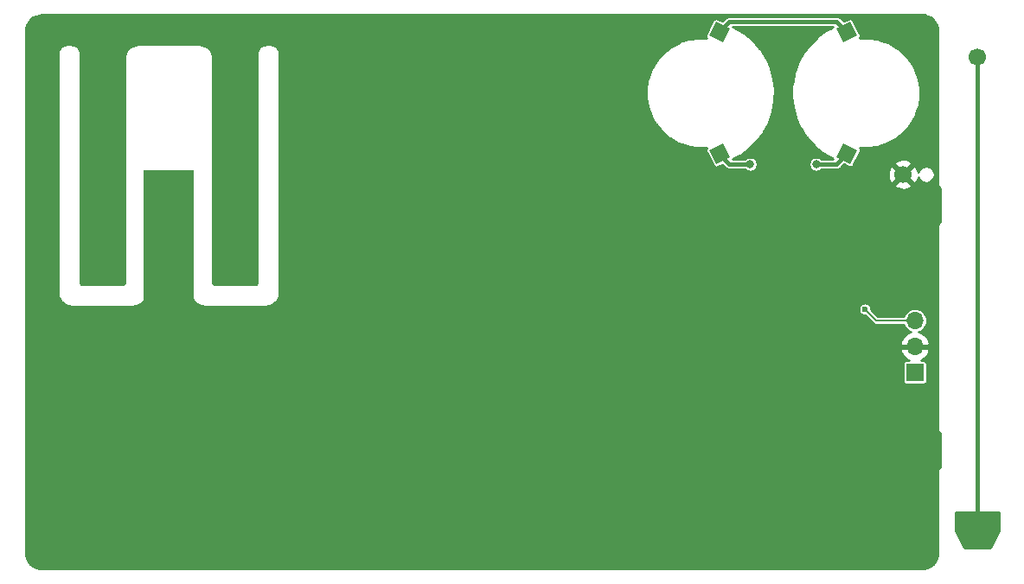
<source format=gbr>
G04 #@! TF.GenerationSoftware,KiCad,Pcbnew,(5.1.2)-2*
G04 #@! TF.CreationDate,2019-09-23T11:47:28+02:00*
G04 #@! TF.ProjectId,BusinessSynth,42757369-6e65-4737-9353-796e74682e6b,rev?*
G04 #@! TF.SameCoordinates,Original*
G04 #@! TF.FileFunction,Copper,L2,Bot*
G04 #@! TF.FilePolarity,Positive*
%FSLAX46Y46*%
G04 Gerber Fmt 4.6, Leading zero omitted, Abs format (unit mm)*
G04 Created by KiCad (PCBNEW (5.1.2)-2) date 2019-09-23 11:47:28*
%MOMM*%
%LPD*%
G04 APERTURE LIST*
%ADD10C,1.700000*%
%ADD11O,1.700000X1.700000*%
%ADD12R,1.700000X1.700000*%
%ADD13C,1.524000*%
%ADD14C,0.100000*%
%ADD15R,5.000000X13.000000*%
%ADD16C,0.600000*%
%ADD17C,0.800000*%
%ADD18C,0.400000*%
%ADD19C,0.200000*%
%ADD20C,0.254000*%
G04 APERTURE END LIST*
D10*
X193500000Y-74500000D03*
X186250000Y-86000000D03*
D11*
X187400000Y-100320000D03*
X187400000Y-102860000D03*
D12*
X187400000Y-105400000D03*
D13*
X180730987Y-83939666D03*
D14*
G36*
X180389050Y-82917723D02*
G01*
X181752930Y-83597729D01*
X181072924Y-84961609D01*
X179709044Y-84281603D01*
X180389050Y-82917723D01*
X180389050Y-82917723D01*
G37*
D13*
X180711750Y-72043074D03*
D14*
G36*
X181051903Y-71020536D02*
G01*
X181734288Y-72383227D01*
X180371597Y-73065612D01*
X179689212Y-71702921D01*
X181051903Y-71020536D01*
X181051903Y-71020536D01*
G37*
D13*
X168269013Y-72060334D03*
D14*
G36*
X168610950Y-73082277D02*
G01*
X167247070Y-72402271D01*
X167927076Y-71038391D01*
X169290956Y-71718397D01*
X168610950Y-73082277D01*
X168610950Y-73082277D01*
G37*
D13*
X168288250Y-83956926D03*
D14*
G36*
X167948097Y-84979464D02*
G01*
X167265712Y-83616773D01*
X168628403Y-82934388D01*
X169310788Y-84297079D01*
X167948097Y-84979464D01*
X167948097Y-84979464D01*
G37*
D15*
X114350000Y-92100000D03*
D16*
X171250000Y-90985000D03*
X185500000Y-97700000D03*
X181750000Y-96250000D03*
X179750000Y-88000000D03*
D17*
X171250000Y-85000000D03*
X177750000Y-85000000D03*
D16*
X193500000Y-120750000D03*
X182500000Y-99200000D03*
D18*
X171250000Y-85000000D02*
X169250000Y-85000000D01*
X168250000Y-84000000D02*
X169250000Y-85000000D01*
X169250000Y-71000000D02*
X179750000Y-71000000D01*
X180750000Y-72000000D02*
X179750000Y-71000000D01*
X168250000Y-72000000D02*
X169250000Y-71000000D01*
X177750000Y-85000000D02*
X179750000Y-85000000D01*
X180750000Y-84000000D02*
X179750000Y-85000000D01*
X193500000Y-74500000D02*
X193500000Y-121300000D01*
X193500000Y-119050000D02*
X193500000Y-120750000D01*
D19*
X183620000Y-100320000D02*
X187400000Y-100320000D01*
X182500000Y-99200000D02*
X183620000Y-100320000D01*
D20*
G36*
X195598000Y-120905100D02*
G01*
X194751551Y-122598000D01*
X192248449Y-122598000D01*
X191402000Y-120905102D01*
X191402000Y-119127000D01*
X195598000Y-119127000D01*
X195598000Y-120905100D01*
X195598000Y-120905100D01*
G37*
X195598000Y-120905100D02*
X194751551Y-122598000D01*
X192248449Y-122598000D01*
X191402000Y-120905102D01*
X191402000Y-119127000D01*
X195598000Y-119127000D01*
X195598000Y-120905100D01*
G36*
X188319768Y-70385042D02*
G01*
X188627361Y-70477908D01*
X188911057Y-70628753D01*
X189160048Y-70831826D01*
X189364855Y-71079393D01*
X189517674Y-71362028D01*
X189612686Y-71668961D01*
X189648001Y-72004963D01*
X189648000Y-86982708D01*
X189646297Y-87000000D01*
X189653093Y-87069004D01*
X189673221Y-87135356D01*
X189705907Y-87196507D01*
X189749894Y-87250106D01*
X189783240Y-87277472D01*
X189803493Y-87294093D01*
X189864644Y-87326779D01*
X189873000Y-87329314D01*
X189873000Y-90670686D01*
X189864644Y-90673221D01*
X189803493Y-90705907D01*
X189749894Y-90749894D01*
X189705907Y-90803493D01*
X189673221Y-90864644D01*
X189653093Y-90930996D01*
X189646297Y-91000000D01*
X189648001Y-91017302D01*
X189648000Y-110982708D01*
X189646297Y-111000000D01*
X189653093Y-111069004D01*
X189673221Y-111135356D01*
X189705907Y-111196507D01*
X189749894Y-111250106D01*
X189803493Y-111294093D01*
X189864644Y-111326779D01*
X189873000Y-111329314D01*
X189873000Y-114670686D01*
X189864644Y-114673221D01*
X189803493Y-114705907D01*
X189749894Y-114749894D01*
X189705907Y-114803493D01*
X189673221Y-114864644D01*
X189653093Y-114930996D01*
X189646297Y-115000000D01*
X189648001Y-115017302D01*
X189648000Y-122982784D01*
X189614958Y-123319768D01*
X189522091Y-123627361D01*
X189371250Y-123911052D01*
X189168176Y-124160046D01*
X188920607Y-124364854D01*
X188637974Y-124517673D01*
X188331039Y-124612685D01*
X187995046Y-124648000D01*
X102017216Y-124648000D01*
X101680232Y-124614958D01*
X101372639Y-124522091D01*
X101088948Y-124371250D01*
X100839954Y-124168176D01*
X100635146Y-123920607D01*
X100482327Y-123637974D01*
X100387315Y-123331039D01*
X100352000Y-122995046D01*
X100352000Y-103216890D01*
X185958524Y-103216890D01*
X186003175Y-103364099D01*
X186128359Y-103626920D01*
X186302412Y-103860269D01*
X186518645Y-104055178D01*
X186768748Y-104204157D01*
X186817408Y-104221418D01*
X186550000Y-104221418D01*
X186485897Y-104227732D01*
X186424257Y-104246430D01*
X186367450Y-104276794D01*
X186317657Y-104317657D01*
X186276794Y-104367450D01*
X186246430Y-104424257D01*
X186227732Y-104485897D01*
X186221418Y-104550000D01*
X186221418Y-106250000D01*
X186227732Y-106314103D01*
X186246430Y-106375743D01*
X186276794Y-106432550D01*
X186317657Y-106482343D01*
X186367450Y-106523206D01*
X186424257Y-106553570D01*
X186485897Y-106572268D01*
X186550000Y-106578582D01*
X188250000Y-106578582D01*
X188314103Y-106572268D01*
X188375743Y-106553570D01*
X188432550Y-106523206D01*
X188482343Y-106482343D01*
X188523206Y-106432550D01*
X188553570Y-106375743D01*
X188572268Y-106314103D01*
X188578582Y-106250000D01*
X188578582Y-104550000D01*
X188572268Y-104485897D01*
X188553570Y-104424257D01*
X188523206Y-104367450D01*
X188482343Y-104317657D01*
X188432550Y-104276794D01*
X188375743Y-104246430D01*
X188314103Y-104227732D01*
X188250000Y-104221418D01*
X187982592Y-104221418D01*
X188031252Y-104204157D01*
X188281355Y-104055178D01*
X188497588Y-103860269D01*
X188671641Y-103626920D01*
X188796825Y-103364099D01*
X188841476Y-103216890D01*
X188720155Y-102987000D01*
X187527000Y-102987000D01*
X187527000Y-103007000D01*
X187273000Y-103007000D01*
X187273000Y-102987000D01*
X186079845Y-102987000D01*
X185958524Y-103216890D01*
X100352000Y-103216890D01*
X100352000Y-99138246D01*
X181873000Y-99138246D01*
X181873000Y-99261754D01*
X181897095Y-99382889D01*
X181944360Y-99496996D01*
X182012977Y-99599689D01*
X182100311Y-99687023D01*
X182203004Y-99755640D01*
X182317111Y-99802905D01*
X182438246Y-99827000D01*
X182523131Y-99827000D01*
X183303241Y-100607111D01*
X183316605Y-100623395D01*
X183332889Y-100636759D01*
X183332898Y-100636768D01*
X183381623Y-100676755D01*
X183421273Y-100697948D01*
X183455804Y-100716405D01*
X183536293Y-100740822D01*
X183599022Y-100747000D01*
X183599032Y-100747000D01*
X183619999Y-100749065D01*
X183640966Y-100747000D01*
X186299568Y-100747000D01*
X186307333Y-100772597D01*
X186416626Y-100977070D01*
X186563709Y-101156291D01*
X186742930Y-101303374D01*
X186947403Y-101412667D01*
X187007885Y-101431014D01*
X186768748Y-101515843D01*
X186518645Y-101664822D01*
X186302412Y-101859731D01*
X186128359Y-102093080D01*
X186003175Y-102355901D01*
X185958524Y-102503110D01*
X186079845Y-102733000D01*
X187273000Y-102733000D01*
X187273000Y-102713000D01*
X187527000Y-102713000D01*
X187527000Y-102733000D01*
X188720155Y-102733000D01*
X188841476Y-102503110D01*
X188796825Y-102355901D01*
X188671641Y-102093080D01*
X188497588Y-101859731D01*
X188281355Y-101664822D01*
X188031252Y-101515843D01*
X187792115Y-101431014D01*
X187852597Y-101412667D01*
X188057070Y-101303374D01*
X188236291Y-101156291D01*
X188383374Y-100977070D01*
X188492667Y-100772597D01*
X188559969Y-100550732D01*
X188582694Y-100320000D01*
X188559969Y-100089268D01*
X188492667Y-99867403D01*
X188383374Y-99662930D01*
X188236291Y-99483709D01*
X188057070Y-99336626D01*
X187852597Y-99227333D01*
X187630732Y-99160031D01*
X187457812Y-99143000D01*
X187342188Y-99143000D01*
X187169268Y-99160031D01*
X186947403Y-99227333D01*
X186742930Y-99336626D01*
X186563709Y-99483709D01*
X186416626Y-99662930D01*
X186307333Y-99867403D01*
X186299568Y-99893000D01*
X183796870Y-99893000D01*
X183127000Y-99223131D01*
X183127000Y-99138246D01*
X183102905Y-99017111D01*
X183055640Y-98903004D01*
X182987023Y-98800311D01*
X182899689Y-98712977D01*
X182796996Y-98644360D01*
X182682889Y-98597095D01*
X182561754Y-98573000D01*
X182438246Y-98573000D01*
X182317111Y-98597095D01*
X182203004Y-98644360D01*
X182100311Y-98712977D01*
X182012977Y-98800311D01*
X181944360Y-98903004D01*
X181897095Y-99017111D01*
X181873000Y-99138246D01*
X100352000Y-99138246D01*
X100352000Y-74083452D01*
X103513000Y-74083452D01*
X103513001Y-97616549D01*
X103514454Y-97631305D01*
X103514411Y-97637525D01*
X103514870Y-97642208D01*
X103535271Y-97836305D01*
X103541416Y-97866240D01*
X103547136Y-97896227D01*
X103548496Y-97900731D01*
X103606208Y-98087169D01*
X103618044Y-98115325D01*
X103629486Y-98143646D01*
X103631695Y-98147801D01*
X103724520Y-98319478D01*
X103741617Y-98344826D01*
X103758326Y-98370359D01*
X103761299Y-98374005D01*
X103885703Y-98524383D01*
X103907390Y-98545920D01*
X103928747Y-98567728D01*
X103932366Y-98570722D01*
X103932372Y-98570728D01*
X103932379Y-98570732D01*
X104083614Y-98694077D01*
X104109027Y-98710961D01*
X104134258Y-98728237D01*
X104138396Y-98730475D01*
X104310719Y-98822100D01*
X104338967Y-98833743D01*
X104367032Y-98845771D01*
X104371526Y-98847163D01*
X104558363Y-98903572D01*
X104588339Y-98909507D01*
X104618201Y-98915855D01*
X104622880Y-98916347D01*
X104817114Y-98935392D01*
X104817126Y-98935392D01*
X104833451Y-98937000D01*
X110866549Y-98937000D01*
X110881314Y-98935546D01*
X110887525Y-98935589D01*
X110892208Y-98935130D01*
X111086305Y-98914729D01*
X111116240Y-98908584D01*
X111146227Y-98902864D01*
X111150729Y-98901505D01*
X111150735Y-98901503D01*
X111337169Y-98843792D01*
X111365325Y-98831956D01*
X111393646Y-98820514D01*
X111397801Y-98818305D01*
X111569478Y-98725480D01*
X111594826Y-98708383D01*
X111620359Y-98691674D01*
X111624005Y-98688701D01*
X111774383Y-98564297D01*
X111795920Y-98542610D01*
X111817728Y-98521253D01*
X111820722Y-98517634D01*
X111820728Y-98517628D01*
X111820732Y-98517621D01*
X111944077Y-98366386D01*
X111960961Y-98340973D01*
X111978237Y-98315742D01*
X111980475Y-98311604D01*
X112072100Y-98139281D01*
X112083743Y-98111033D01*
X112095771Y-98082968D01*
X112097163Y-98078474D01*
X112153572Y-97891637D01*
X112159512Y-97861639D01*
X112165855Y-97831799D01*
X112166347Y-97827120D01*
X112185392Y-97632886D01*
X112185392Y-97632874D01*
X112187000Y-97616549D01*
X112187000Y-86116484D01*
X112191690Y-86068651D01*
X112200793Y-86038501D01*
X112215578Y-86010693D01*
X112235485Y-85986285D01*
X112259756Y-85966206D01*
X112287463Y-85951225D01*
X112317548Y-85941912D01*
X112364285Y-85937000D01*
X116333516Y-85937000D01*
X116381349Y-85941690D01*
X116411499Y-85950793D01*
X116439307Y-85965578D01*
X116463715Y-85985485D01*
X116483794Y-86009756D01*
X116498775Y-86037463D01*
X116508088Y-86067548D01*
X116513001Y-86114295D01*
X116513000Y-97616548D01*
X116514454Y-97631313D01*
X116514411Y-97637525D01*
X116514870Y-97642208D01*
X116535271Y-97836305D01*
X116541416Y-97866240D01*
X116547136Y-97896227D01*
X116548496Y-97900731D01*
X116606208Y-98087169D01*
X116618044Y-98115325D01*
X116629486Y-98143646D01*
X116631695Y-98147801D01*
X116724520Y-98319478D01*
X116741617Y-98344826D01*
X116758326Y-98370359D01*
X116761299Y-98374005D01*
X116885703Y-98524383D01*
X116907390Y-98545920D01*
X116928747Y-98567728D01*
X116932366Y-98570722D01*
X116932372Y-98570728D01*
X116932379Y-98570732D01*
X117083614Y-98694077D01*
X117109027Y-98710961D01*
X117134258Y-98728237D01*
X117138396Y-98730475D01*
X117310719Y-98822100D01*
X117338967Y-98833743D01*
X117367032Y-98845771D01*
X117371526Y-98847163D01*
X117558363Y-98903572D01*
X117588339Y-98909507D01*
X117618201Y-98915855D01*
X117622880Y-98916347D01*
X117817114Y-98935392D01*
X117817126Y-98935392D01*
X117833451Y-98937000D01*
X123866549Y-98937000D01*
X123881314Y-98935546D01*
X123887525Y-98935589D01*
X123892208Y-98935130D01*
X124086305Y-98914729D01*
X124116240Y-98908584D01*
X124146227Y-98902864D01*
X124150729Y-98901505D01*
X124150735Y-98901503D01*
X124337169Y-98843792D01*
X124365325Y-98831956D01*
X124393646Y-98820514D01*
X124397801Y-98818305D01*
X124569478Y-98725480D01*
X124594826Y-98708383D01*
X124620359Y-98691674D01*
X124624005Y-98688701D01*
X124774383Y-98564297D01*
X124795920Y-98542610D01*
X124817728Y-98521253D01*
X124820722Y-98517634D01*
X124820728Y-98517628D01*
X124820732Y-98517621D01*
X124944077Y-98366386D01*
X124960961Y-98340973D01*
X124978237Y-98315742D01*
X124980475Y-98311604D01*
X125072100Y-98139281D01*
X125083743Y-98111033D01*
X125095771Y-98082968D01*
X125097163Y-98078474D01*
X125153572Y-97891637D01*
X125159512Y-97861639D01*
X125165855Y-97831799D01*
X125166347Y-97827120D01*
X125185392Y-97632886D01*
X125185392Y-97632874D01*
X125187000Y-97616549D01*
X125187000Y-87028397D01*
X185401208Y-87028397D01*
X185478843Y-87277472D01*
X185742883Y-87403371D01*
X186026411Y-87475339D01*
X186318531Y-87490611D01*
X186608019Y-87448599D01*
X186883747Y-87350919D01*
X187021157Y-87277472D01*
X187098792Y-87028397D01*
X186250000Y-86179605D01*
X185401208Y-87028397D01*
X125187000Y-87028397D01*
X125187000Y-86068531D01*
X184759389Y-86068531D01*
X184801401Y-86358019D01*
X184899081Y-86633747D01*
X184972528Y-86771157D01*
X185221603Y-86848792D01*
X186070395Y-86000000D01*
X186429605Y-86000000D01*
X187278397Y-86848792D01*
X187527472Y-86771157D01*
X187653371Y-86507117D01*
X187714752Y-86265297D01*
X187767123Y-86391731D01*
X187857628Y-86527181D01*
X187972819Y-86642372D01*
X188108269Y-86732877D01*
X188258773Y-86795218D01*
X188418548Y-86827000D01*
X188581452Y-86827000D01*
X188741227Y-86795218D01*
X188891731Y-86732877D01*
X189027181Y-86642372D01*
X189142372Y-86527181D01*
X189232877Y-86391731D01*
X189295218Y-86241227D01*
X189327000Y-86081452D01*
X189327000Y-85918548D01*
X189295218Y-85758773D01*
X189232877Y-85608269D01*
X189142372Y-85472819D01*
X189027181Y-85357628D01*
X188891731Y-85267123D01*
X188741227Y-85204782D01*
X188581452Y-85173000D01*
X188418548Y-85173000D01*
X188258773Y-85204782D01*
X188108269Y-85267123D01*
X187972819Y-85357628D01*
X187857628Y-85472819D01*
X187767123Y-85608269D01*
X187712755Y-85739524D01*
X187698599Y-85641981D01*
X187600919Y-85366253D01*
X187527472Y-85228843D01*
X187278397Y-85151208D01*
X186429605Y-86000000D01*
X186070395Y-86000000D01*
X185221603Y-85151208D01*
X184972528Y-85228843D01*
X184846629Y-85492883D01*
X184774661Y-85776411D01*
X184759389Y-86068531D01*
X125187000Y-86068531D01*
X125187000Y-78385616D01*
X161097998Y-78385616D01*
X161098811Y-78396183D01*
X161098404Y-78406783D01*
X161102595Y-78445354D01*
X161251660Y-79336133D01*
X161254332Y-79346391D01*
X161255808Y-79356893D01*
X161266762Y-79394113D01*
X161571215Y-80244417D01*
X161575662Y-80254041D01*
X161578974Y-80264115D01*
X161596341Y-80298794D01*
X161596347Y-80298807D01*
X161596350Y-80298812D01*
X162046564Y-81081758D01*
X162052642Y-81090438D01*
X162057688Y-81099771D01*
X162080914Y-81130817D01*
X162080929Y-81130838D01*
X162080935Y-81130844D01*
X162662680Y-81821689D01*
X162670204Y-81829161D01*
X162676819Y-81837447D01*
X162705194Y-81863907D01*
X163400089Y-82440819D01*
X163408810Y-82446836D01*
X163416794Y-82453825D01*
X163449407Y-82474842D01*
X164235483Y-82919583D01*
X164245141Y-82923964D01*
X164254228Y-82929424D01*
X164290047Y-82944334D01*
X165142456Y-83242843D01*
X165152734Y-83245444D01*
X165162646Y-83249209D01*
X165200510Y-83257533D01*
X165200540Y-83257541D01*
X165200551Y-83257542D01*
X166092337Y-83400383D01*
X166102908Y-83401122D01*
X166113337Y-83403074D01*
X166152105Y-83404563D01*
X166152107Y-83404563D01*
X167032087Y-83387666D01*
X167017352Y-83401637D01*
X166980153Y-83454223D01*
X166953928Y-83513056D01*
X166939685Y-83575875D01*
X166937971Y-83640266D01*
X166948852Y-83703754D01*
X166971909Y-83763899D01*
X167654294Y-85126590D01*
X167688642Y-85181081D01*
X167732961Y-85227824D01*
X167785547Y-85265023D01*
X167844380Y-85291248D01*
X167907199Y-85305491D01*
X167971590Y-85307205D01*
X168035078Y-85296324D01*
X168095223Y-85273267D01*
X168550161Y-85045451D01*
X168859053Y-85354344D01*
X168875552Y-85374448D01*
X168955798Y-85440304D01*
X169047350Y-85489239D01*
X169146690Y-85519374D01*
X169200300Y-85524654D01*
X169250000Y-85529549D01*
X169275881Y-85527000D01*
X170748866Y-85527000D01*
X170786564Y-85564698D01*
X170905636Y-85644259D01*
X171037942Y-85699062D01*
X171178397Y-85727000D01*
X171321603Y-85727000D01*
X171462058Y-85699062D01*
X171594364Y-85644259D01*
X171713436Y-85564698D01*
X171814698Y-85463436D01*
X171894259Y-85344364D01*
X171949062Y-85212058D01*
X171977000Y-85071603D01*
X171977000Y-84928397D01*
X171949062Y-84787942D01*
X171894259Y-84655636D01*
X171814698Y-84536564D01*
X171713436Y-84435302D01*
X171594364Y-84355741D01*
X171462058Y-84300938D01*
X171321603Y-84273000D01*
X171178397Y-84273000D01*
X171037942Y-84300938D01*
X170905636Y-84355741D01*
X170786564Y-84435302D01*
X170748866Y-84473000D01*
X169586888Y-84473000D01*
X169589208Y-84469720D01*
X169594943Y-84469873D01*
X169660372Y-84458659D01*
X169722356Y-84434897D01*
X169742728Y-84422055D01*
X170264693Y-84131117D01*
X170266865Y-84129681D01*
X170269221Y-84128548D01*
X170298797Y-84109326D01*
X171140240Y-83497535D01*
X171146296Y-83492386D01*
X171152860Y-83487897D01*
X171179189Y-83464422D01*
X171918411Y-82732393D01*
X171923619Y-82726387D01*
X171929428Y-82720957D01*
X171951903Y-82693770D01*
X172571892Y-81858348D01*
X172576130Y-81851626D01*
X172581053Y-81845377D01*
X172599157Y-81815103D01*
X173085645Y-80895514D01*
X173088818Y-80888226D01*
X173092738Y-80881307D01*
X173106054Y-80848642D01*
X173447847Y-79866047D01*
X173449880Y-79858368D01*
X173452710Y-79850931D01*
X173460932Y-79816629D01*
X173650165Y-78793641D01*
X173651014Y-78785736D01*
X173652685Y-78777962D01*
X173655624Y-78742810D01*
X173687940Y-77702968D01*
X173687584Y-77695032D01*
X173688060Y-77687089D01*
X173685648Y-77651897D01*
X173560306Y-76619133D01*
X173558752Y-76611335D01*
X173558022Y-76603419D01*
X173550315Y-76568997D01*
X173270198Y-75567073D01*
X173267485Y-75559607D01*
X173265564Y-75551885D01*
X173252739Y-75519025D01*
X172824293Y-74571001D01*
X172820477Y-74564023D01*
X172817414Y-74556689D01*
X172799766Y-74526146D01*
X172232852Y-73653838D01*
X172228028Y-73647522D01*
X172223888Y-73640731D01*
X172201823Y-73613209D01*
X171509485Y-72836689D01*
X171503758Y-72831172D01*
X171498641Y-72825089D01*
X171472668Y-72801221D01*
X170670839Y-72138359D01*
X170664341Y-72133770D01*
X170658365Y-72128533D01*
X170629080Y-72108869D01*
X169739356Y-71576800D01*
X169714504Y-71561177D01*
X169652491Y-71537491D01*
X169590827Y-71527000D01*
X179413112Y-71527000D01*
X179410792Y-71530280D01*
X179405057Y-71530127D01*
X179339628Y-71541341D01*
X179277644Y-71565103D01*
X179257286Y-71577936D01*
X178735307Y-71868883D01*
X178733135Y-71870319D01*
X178730779Y-71871452D01*
X178701202Y-71890674D01*
X177859760Y-72502465D01*
X177853704Y-72507614D01*
X177847140Y-72512103D01*
X177820811Y-72535578D01*
X177081589Y-73267607D01*
X177076381Y-73273613D01*
X177070572Y-73279043D01*
X177048097Y-73306230D01*
X176428108Y-74141652D01*
X176423868Y-74148378D01*
X176418947Y-74154624D01*
X176400843Y-74184898D01*
X175914355Y-75104486D01*
X175911182Y-75111773D01*
X175907262Y-75118693D01*
X175893946Y-75151357D01*
X175552153Y-76133953D01*
X175550120Y-76141632D01*
X175547290Y-76149069D01*
X175539068Y-76183371D01*
X175349835Y-77206359D01*
X175348986Y-77214264D01*
X175347315Y-77222038D01*
X175344376Y-77257190D01*
X175312060Y-78297032D01*
X175312416Y-78304967D01*
X175311940Y-78312910D01*
X175314352Y-78348102D01*
X175439694Y-79380867D01*
X175441248Y-79388664D01*
X175441978Y-79396582D01*
X175449685Y-79431004D01*
X175729802Y-80432927D01*
X175732515Y-80440393D01*
X175734436Y-80448115D01*
X175747261Y-80480975D01*
X176175707Y-81428999D01*
X176179523Y-81435978D01*
X176182586Y-81443311D01*
X176200224Y-81473835D01*
X176200234Y-81473854D01*
X176200238Y-81473860D01*
X176767147Y-82346162D01*
X176771972Y-82352480D01*
X176776112Y-82359270D01*
X176798177Y-82386791D01*
X177490515Y-83163311D01*
X177496242Y-83168828D01*
X177501359Y-83174911D01*
X177527332Y-83198779D01*
X178329161Y-83861640D01*
X178335654Y-83866226D01*
X178341635Y-83871467D01*
X178370920Y-83891131D01*
X179260644Y-84423200D01*
X179285496Y-84438823D01*
X179347509Y-84462509D01*
X179409173Y-84473000D01*
X178251134Y-84473000D01*
X178213436Y-84435302D01*
X178094364Y-84355741D01*
X177962058Y-84300938D01*
X177821603Y-84273000D01*
X177678397Y-84273000D01*
X177537942Y-84300938D01*
X177405636Y-84355741D01*
X177286564Y-84435302D01*
X177185302Y-84536564D01*
X177105741Y-84655636D01*
X177050938Y-84787942D01*
X177023000Y-84928397D01*
X177023000Y-85071603D01*
X177050938Y-85212058D01*
X177105741Y-85344364D01*
X177185302Y-85463436D01*
X177286564Y-85564698D01*
X177405636Y-85644259D01*
X177537942Y-85699062D01*
X177678397Y-85727000D01*
X177821603Y-85727000D01*
X177962058Y-85699062D01*
X178094364Y-85644259D01*
X178213436Y-85564698D01*
X178251134Y-85527000D01*
X179724119Y-85527000D01*
X179750000Y-85529549D01*
X179775881Y-85527000D01*
X179853310Y-85519374D01*
X179952650Y-85489239D01*
X180044202Y-85440304D01*
X180124448Y-85374448D01*
X180140955Y-85354334D01*
X180468085Y-85027205D01*
X180926311Y-85255668D01*
X180986497Y-85278621D01*
X181050003Y-85289391D01*
X181114391Y-85287564D01*
X181177185Y-85273211D01*
X181235972Y-85246884D01*
X181288493Y-85209593D01*
X181332730Y-85162773D01*
X181366983Y-85108222D01*
X181435098Y-84971603D01*
X185401208Y-84971603D01*
X186250000Y-85820395D01*
X187098792Y-84971603D01*
X187021157Y-84722528D01*
X186757117Y-84596629D01*
X186473589Y-84524661D01*
X186181469Y-84509389D01*
X185891981Y-84551401D01*
X185616253Y-84649081D01*
X185478843Y-84722528D01*
X185401208Y-84971603D01*
X181435098Y-84971603D01*
X182046989Y-83744342D01*
X182069942Y-83684156D01*
X182080712Y-83620650D01*
X182078885Y-83556262D01*
X182064532Y-83493468D01*
X182038205Y-83434681D01*
X182000914Y-83382160D01*
X181998782Y-83380145D01*
X182715744Y-83411449D01*
X182726333Y-83410968D01*
X182736914Y-83411708D01*
X182775596Y-83408731D01*
X182775599Y-83408731D01*
X183670620Y-83287719D01*
X183680951Y-83285372D01*
X183691500Y-83284226D01*
X183729038Y-83274447D01*
X183729046Y-83274445D01*
X183729049Y-83274444D01*
X184588493Y-82996851D01*
X184598248Y-82992710D01*
X184608425Y-82989715D01*
X184643645Y-82973441D01*
X185440352Y-82548039D01*
X185449222Y-82542235D01*
X185458705Y-82537486D01*
X185490487Y-82515232D01*
X186199270Y-81955468D01*
X186206971Y-81948186D01*
X186215464Y-81941832D01*
X186242802Y-81914302D01*
X186841258Y-81237871D01*
X186847548Y-81229339D01*
X186854782Y-81221582D01*
X186876813Y-81189646D01*
X187346025Y-80417927D01*
X187350706Y-80408414D01*
X187356450Y-80399501D01*
X187372471Y-80364181D01*
X187372478Y-80364167D01*
X187372480Y-80364161D01*
X187697614Y-79521557D01*
X187700535Y-79511370D01*
X187704612Y-79501576D01*
X187714129Y-79463963D01*
X187884913Y-78577091D01*
X187885984Y-78566548D01*
X187888262Y-78556187D01*
X187890968Y-78517483D01*
X187902002Y-77614385D01*
X187901189Y-77603817D01*
X187901596Y-77593217D01*
X187897405Y-77554646D01*
X187748340Y-76663867D01*
X187745668Y-76653609D01*
X187744192Y-76643107D01*
X187733238Y-76605887D01*
X187428785Y-75755583D01*
X187424338Y-75745959D01*
X187421026Y-75735885D01*
X187403653Y-75701194D01*
X187403653Y-75701193D01*
X187403650Y-75701188D01*
X186953436Y-74918242D01*
X186947359Y-74909563D01*
X186942312Y-74900229D01*
X186919070Y-74869162D01*
X186337319Y-74178311D01*
X186329800Y-74170844D01*
X186323181Y-74162553D01*
X186294805Y-74136093D01*
X185599911Y-73559180D01*
X185591187Y-73553162D01*
X185583206Y-73546175D01*
X185550593Y-73525158D01*
X184764517Y-73080417D01*
X184754859Y-73076036D01*
X184745772Y-73070576D01*
X184709953Y-73055666D01*
X183857544Y-72757157D01*
X183847269Y-72754557D01*
X183837353Y-72750790D01*
X183799460Y-72742459D01*
X182907662Y-72599617D01*
X182897091Y-72598878D01*
X182886663Y-72596926D01*
X182847893Y-72595437D01*
X181967913Y-72612334D01*
X181982648Y-72598363D01*
X182019847Y-72545777D01*
X182046072Y-72486944D01*
X182060315Y-72424125D01*
X182062029Y-72359734D01*
X182051148Y-72296246D01*
X182028091Y-72236101D01*
X181345706Y-70873410D01*
X181311358Y-70818919D01*
X181267039Y-70772176D01*
X181214453Y-70734977D01*
X181155620Y-70708752D01*
X181092801Y-70694509D01*
X181028410Y-70692795D01*
X180964922Y-70703676D01*
X180904777Y-70726733D01*
X180449839Y-70954549D01*
X180140955Y-70645666D01*
X180124448Y-70625552D01*
X180044202Y-70559696D01*
X179952650Y-70510761D01*
X179853310Y-70480626D01*
X179775881Y-70473000D01*
X179750000Y-70470451D01*
X179724119Y-70473000D01*
X169275881Y-70473000D01*
X169250000Y-70470451D01*
X169224119Y-70473000D01*
X169146690Y-70480626D01*
X169047350Y-70510761D01*
X168955798Y-70559696D01*
X168875552Y-70625552D01*
X168859053Y-70645656D01*
X168531915Y-70972795D01*
X168073689Y-70744332D01*
X168013503Y-70721379D01*
X167949997Y-70710609D01*
X167885609Y-70712436D01*
X167822815Y-70726789D01*
X167764028Y-70753116D01*
X167711507Y-70790407D01*
X167667270Y-70837227D01*
X167633017Y-70891778D01*
X166953011Y-72255658D01*
X166930058Y-72315844D01*
X166919288Y-72379350D01*
X166921115Y-72443738D01*
X166935468Y-72506532D01*
X166961795Y-72565319D01*
X166999086Y-72617840D01*
X167001218Y-72619855D01*
X166284256Y-72588551D01*
X166273668Y-72589032D01*
X166263087Y-72588292D01*
X166224404Y-72591269D01*
X166224401Y-72591269D01*
X165329381Y-72712281D01*
X165319044Y-72714630D01*
X165308500Y-72715775D01*
X165270962Y-72725553D01*
X165270954Y-72725555D01*
X165270951Y-72725556D01*
X164411507Y-73003149D01*
X164401752Y-73007290D01*
X164391575Y-73010285D01*
X164356355Y-73026559D01*
X163559648Y-73451961D01*
X163550778Y-73457765D01*
X163541295Y-73462514D01*
X163509514Y-73484768D01*
X162800730Y-74044531D01*
X162793029Y-74051813D01*
X162784536Y-74058167D01*
X162757198Y-74085698D01*
X162158742Y-74762129D01*
X162152455Y-74770656D01*
X162145218Y-74778417D01*
X162123187Y-74810354D01*
X161653975Y-75582073D01*
X161649294Y-75591586D01*
X161643550Y-75600499D01*
X161627529Y-75635819D01*
X161627522Y-75635833D01*
X161627520Y-75635839D01*
X161302386Y-76478443D01*
X161299465Y-76488630D01*
X161295388Y-76498424D01*
X161285871Y-76536037D01*
X161115087Y-77422909D01*
X161114016Y-77433452D01*
X161111738Y-77443813D01*
X161109032Y-77482517D01*
X161097998Y-78385616D01*
X125187000Y-78385616D01*
X125187000Y-74083451D01*
X125185580Y-74069031D01*
X125185601Y-74065967D01*
X125185142Y-74061284D01*
X125174942Y-73964235D01*
X125168800Y-73934313D01*
X125163077Y-73904312D01*
X125161717Y-73899808D01*
X125132861Y-73806589D01*
X125121012Y-73778401D01*
X125109581Y-73750109D01*
X125107373Y-73745955D01*
X125060960Y-73660117D01*
X125043868Y-73634777D01*
X125027155Y-73609238D01*
X125024181Y-73605591D01*
X124961980Y-73530403D01*
X124940294Y-73508868D01*
X124918938Y-73487060D01*
X124915313Y-73484060D01*
X124839692Y-73422384D01*
X124814250Y-73405481D01*
X124789045Y-73388223D01*
X124784906Y-73385985D01*
X124698745Y-73340173D01*
X124670535Y-73328546D01*
X124642435Y-73316502D01*
X124637940Y-73315111D01*
X124544522Y-73286906D01*
X124514565Y-73280974D01*
X124484681Y-73274622D01*
X124480007Y-73274131D01*
X124480004Y-73274130D01*
X124480001Y-73274130D01*
X124382884Y-73264608D01*
X124382874Y-73264608D01*
X124366549Y-73263000D01*
X123833451Y-73263000D01*
X123819031Y-73264420D01*
X123815967Y-73264399D01*
X123811284Y-73264858D01*
X123714235Y-73275058D01*
X123684313Y-73281200D01*
X123654312Y-73286923D01*
X123649808Y-73288283D01*
X123556589Y-73317139D01*
X123528401Y-73328988D01*
X123500109Y-73340419D01*
X123495955Y-73342627D01*
X123410117Y-73389040D01*
X123384777Y-73406132D01*
X123359238Y-73422845D01*
X123355591Y-73425819D01*
X123280403Y-73488020D01*
X123258868Y-73509706D01*
X123237060Y-73531062D01*
X123234060Y-73534687D01*
X123172384Y-73610308D01*
X123155481Y-73635750D01*
X123138223Y-73660955D01*
X123135985Y-73665094D01*
X123090173Y-73751255D01*
X123078546Y-73779465D01*
X123066502Y-73807565D01*
X123065111Y-73812060D01*
X123036906Y-73905478D01*
X123030974Y-73935435D01*
X123024622Y-73965319D01*
X123024130Y-73969999D01*
X123014608Y-74067116D01*
X123014608Y-74067127D01*
X123013000Y-74083452D01*
X123013001Y-96583506D01*
X123008310Y-96631349D01*
X122999207Y-96661499D01*
X122984422Y-96689305D01*
X122964512Y-96713717D01*
X122940244Y-96733793D01*
X122912537Y-96748775D01*
X122882451Y-96758088D01*
X122835715Y-96763000D01*
X118866484Y-96763000D01*
X118818651Y-96758310D01*
X118788501Y-96749207D01*
X118760695Y-96734422D01*
X118736283Y-96714512D01*
X118716207Y-96690244D01*
X118701225Y-96662537D01*
X118691912Y-96632451D01*
X118687000Y-96585715D01*
X118687000Y-74583451D01*
X118685546Y-74568686D01*
X118685589Y-74562474D01*
X118685130Y-74557792D01*
X118664729Y-74363695D01*
X118658583Y-74333753D01*
X118652864Y-74303773D01*
X118651505Y-74299273D01*
X118651504Y-74299267D01*
X118651502Y-74299261D01*
X118593792Y-74112831D01*
X118581962Y-74084688D01*
X118570514Y-74056353D01*
X118568305Y-74052199D01*
X118475480Y-73880522D01*
X118458398Y-73855197D01*
X118441674Y-73829641D01*
X118438700Y-73825994D01*
X118314297Y-73675617D01*
X118292626Y-73654097D01*
X118271253Y-73632272D01*
X118267628Y-73629273D01*
X118116386Y-73505923D01*
X118090942Y-73489018D01*
X118065743Y-73471764D01*
X118061604Y-73469526D01*
X117889282Y-73377900D01*
X117861020Y-73366252D01*
X117832968Y-73354229D01*
X117828474Y-73352837D01*
X117641638Y-73296428D01*
X117611647Y-73290490D01*
X117581799Y-73284145D01*
X117577119Y-73283653D01*
X117382886Y-73264608D01*
X117382874Y-73264608D01*
X117366549Y-73263000D01*
X111333451Y-73263000D01*
X111318686Y-73264454D01*
X111312474Y-73264411D01*
X111307792Y-73264870D01*
X111113695Y-73285271D01*
X111083753Y-73291417D01*
X111053773Y-73297136D01*
X111049273Y-73298495D01*
X111049267Y-73298496D01*
X111049261Y-73298498D01*
X110862831Y-73356208D01*
X110834688Y-73368038D01*
X110806353Y-73379486D01*
X110802199Y-73381695D01*
X110630522Y-73474520D01*
X110605197Y-73491602D01*
X110579641Y-73508326D01*
X110575994Y-73511300D01*
X110425617Y-73635703D01*
X110404097Y-73657374D01*
X110382272Y-73678747D01*
X110379273Y-73682372D01*
X110255923Y-73833614D01*
X110239018Y-73859058D01*
X110221764Y-73884257D01*
X110219526Y-73888396D01*
X110127900Y-74060718D01*
X110116252Y-74088980D01*
X110104229Y-74117032D01*
X110102837Y-74121526D01*
X110046428Y-74308362D01*
X110040490Y-74338353D01*
X110034145Y-74368201D01*
X110033653Y-74372881D01*
X110014608Y-74567114D01*
X110014608Y-74567136D01*
X110013001Y-74583451D01*
X110013000Y-96583516D01*
X110008310Y-96631349D01*
X109999207Y-96661499D01*
X109984422Y-96689305D01*
X109964512Y-96713717D01*
X109940244Y-96733793D01*
X109912537Y-96748775D01*
X109882451Y-96758088D01*
X109835715Y-96763000D01*
X105866484Y-96763000D01*
X105818651Y-96758310D01*
X105788501Y-96749207D01*
X105760695Y-96734422D01*
X105736283Y-96714512D01*
X105716207Y-96690244D01*
X105701225Y-96662537D01*
X105691912Y-96632451D01*
X105687000Y-96585715D01*
X105687000Y-74083451D01*
X105685580Y-74069031D01*
X105685601Y-74065967D01*
X105685142Y-74061284D01*
X105674942Y-73964235D01*
X105668800Y-73934313D01*
X105663077Y-73904312D01*
X105661717Y-73899808D01*
X105632861Y-73806589D01*
X105621012Y-73778401D01*
X105609581Y-73750109D01*
X105607373Y-73745955D01*
X105560960Y-73660117D01*
X105543868Y-73634777D01*
X105527155Y-73609238D01*
X105524181Y-73605591D01*
X105461980Y-73530403D01*
X105440294Y-73508868D01*
X105418938Y-73487060D01*
X105415313Y-73484060D01*
X105339692Y-73422384D01*
X105314250Y-73405481D01*
X105289045Y-73388223D01*
X105284906Y-73385985D01*
X105198745Y-73340173D01*
X105170535Y-73328546D01*
X105142435Y-73316502D01*
X105137940Y-73315111D01*
X105044522Y-73286906D01*
X105014565Y-73280974D01*
X104984681Y-73274622D01*
X104980007Y-73274131D01*
X104980004Y-73274130D01*
X104980001Y-73274130D01*
X104882884Y-73264608D01*
X104882874Y-73264608D01*
X104866549Y-73263000D01*
X104333451Y-73263000D01*
X104319031Y-73264420D01*
X104315967Y-73264399D01*
X104311284Y-73264858D01*
X104214235Y-73275058D01*
X104184313Y-73281200D01*
X104154312Y-73286923D01*
X104149808Y-73288283D01*
X104056589Y-73317139D01*
X104028401Y-73328988D01*
X104000109Y-73340419D01*
X103995955Y-73342627D01*
X103910117Y-73389040D01*
X103884777Y-73406132D01*
X103859238Y-73422845D01*
X103855591Y-73425819D01*
X103780403Y-73488020D01*
X103758868Y-73509706D01*
X103737060Y-73531062D01*
X103734060Y-73534687D01*
X103672384Y-73610308D01*
X103655481Y-73635750D01*
X103638223Y-73660955D01*
X103635985Y-73665094D01*
X103590173Y-73751255D01*
X103578546Y-73779465D01*
X103566502Y-73807565D01*
X103565111Y-73812060D01*
X103536906Y-73905478D01*
X103530974Y-73935435D01*
X103524622Y-73965319D01*
X103524130Y-73969999D01*
X103514608Y-74067116D01*
X103514608Y-74067127D01*
X103513000Y-74083452D01*
X100352000Y-74083452D01*
X100352000Y-72017215D01*
X100385042Y-71680232D01*
X100477908Y-71372639D01*
X100628753Y-71088943D01*
X100831826Y-70839952D01*
X101079393Y-70635145D01*
X101362028Y-70482326D01*
X101668961Y-70387314D01*
X102004954Y-70352000D01*
X187982785Y-70352000D01*
X188319768Y-70385042D01*
X188319768Y-70385042D01*
G37*
X188319768Y-70385042D02*
X188627361Y-70477908D01*
X188911057Y-70628753D01*
X189160048Y-70831826D01*
X189364855Y-71079393D01*
X189517674Y-71362028D01*
X189612686Y-71668961D01*
X189648001Y-72004963D01*
X189648000Y-86982708D01*
X189646297Y-87000000D01*
X189653093Y-87069004D01*
X189673221Y-87135356D01*
X189705907Y-87196507D01*
X189749894Y-87250106D01*
X189783240Y-87277472D01*
X189803493Y-87294093D01*
X189864644Y-87326779D01*
X189873000Y-87329314D01*
X189873000Y-90670686D01*
X189864644Y-90673221D01*
X189803493Y-90705907D01*
X189749894Y-90749894D01*
X189705907Y-90803493D01*
X189673221Y-90864644D01*
X189653093Y-90930996D01*
X189646297Y-91000000D01*
X189648001Y-91017302D01*
X189648000Y-110982708D01*
X189646297Y-111000000D01*
X189653093Y-111069004D01*
X189673221Y-111135356D01*
X189705907Y-111196507D01*
X189749894Y-111250106D01*
X189803493Y-111294093D01*
X189864644Y-111326779D01*
X189873000Y-111329314D01*
X189873000Y-114670686D01*
X189864644Y-114673221D01*
X189803493Y-114705907D01*
X189749894Y-114749894D01*
X189705907Y-114803493D01*
X189673221Y-114864644D01*
X189653093Y-114930996D01*
X189646297Y-115000000D01*
X189648001Y-115017302D01*
X189648000Y-122982784D01*
X189614958Y-123319768D01*
X189522091Y-123627361D01*
X189371250Y-123911052D01*
X189168176Y-124160046D01*
X188920607Y-124364854D01*
X188637974Y-124517673D01*
X188331039Y-124612685D01*
X187995046Y-124648000D01*
X102017216Y-124648000D01*
X101680232Y-124614958D01*
X101372639Y-124522091D01*
X101088948Y-124371250D01*
X100839954Y-124168176D01*
X100635146Y-123920607D01*
X100482327Y-123637974D01*
X100387315Y-123331039D01*
X100352000Y-122995046D01*
X100352000Y-103216890D01*
X185958524Y-103216890D01*
X186003175Y-103364099D01*
X186128359Y-103626920D01*
X186302412Y-103860269D01*
X186518645Y-104055178D01*
X186768748Y-104204157D01*
X186817408Y-104221418D01*
X186550000Y-104221418D01*
X186485897Y-104227732D01*
X186424257Y-104246430D01*
X186367450Y-104276794D01*
X186317657Y-104317657D01*
X186276794Y-104367450D01*
X186246430Y-104424257D01*
X186227732Y-104485897D01*
X186221418Y-104550000D01*
X186221418Y-106250000D01*
X186227732Y-106314103D01*
X186246430Y-106375743D01*
X186276794Y-106432550D01*
X186317657Y-106482343D01*
X186367450Y-106523206D01*
X186424257Y-106553570D01*
X186485897Y-106572268D01*
X186550000Y-106578582D01*
X188250000Y-106578582D01*
X188314103Y-106572268D01*
X188375743Y-106553570D01*
X188432550Y-106523206D01*
X188482343Y-106482343D01*
X188523206Y-106432550D01*
X188553570Y-106375743D01*
X188572268Y-106314103D01*
X188578582Y-106250000D01*
X188578582Y-104550000D01*
X188572268Y-104485897D01*
X188553570Y-104424257D01*
X188523206Y-104367450D01*
X188482343Y-104317657D01*
X188432550Y-104276794D01*
X188375743Y-104246430D01*
X188314103Y-104227732D01*
X188250000Y-104221418D01*
X187982592Y-104221418D01*
X188031252Y-104204157D01*
X188281355Y-104055178D01*
X188497588Y-103860269D01*
X188671641Y-103626920D01*
X188796825Y-103364099D01*
X188841476Y-103216890D01*
X188720155Y-102987000D01*
X187527000Y-102987000D01*
X187527000Y-103007000D01*
X187273000Y-103007000D01*
X187273000Y-102987000D01*
X186079845Y-102987000D01*
X185958524Y-103216890D01*
X100352000Y-103216890D01*
X100352000Y-99138246D01*
X181873000Y-99138246D01*
X181873000Y-99261754D01*
X181897095Y-99382889D01*
X181944360Y-99496996D01*
X182012977Y-99599689D01*
X182100311Y-99687023D01*
X182203004Y-99755640D01*
X182317111Y-99802905D01*
X182438246Y-99827000D01*
X182523131Y-99827000D01*
X183303241Y-100607111D01*
X183316605Y-100623395D01*
X183332889Y-100636759D01*
X183332898Y-100636768D01*
X183381623Y-100676755D01*
X183421273Y-100697948D01*
X183455804Y-100716405D01*
X183536293Y-100740822D01*
X183599022Y-100747000D01*
X183599032Y-100747000D01*
X183619999Y-100749065D01*
X183640966Y-100747000D01*
X186299568Y-100747000D01*
X186307333Y-100772597D01*
X186416626Y-100977070D01*
X186563709Y-101156291D01*
X186742930Y-101303374D01*
X186947403Y-101412667D01*
X187007885Y-101431014D01*
X186768748Y-101515843D01*
X186518645Y-101664822D01*
X186302412Y-101859731D01*
X186128359Y-102093080D01*
X186003175Y-102355901D01*
X185958524Y-102503110D01*
X186079845Y-102733000D01*
X187273000Y-102733000D01*
X187273000Y-102713000D01*
X187527000Y-102713000D01*
X187527000Y-102733000D01*
X188720155Y-102733000D01*
X188841476Y-102503110D01*
X188796825Y-102355901D01*
X188671641Y-102093080D01*
X188497588Y-101859731D01*
X188281355Y-101664822D01*
X188031252Y-101515843D01*
X187792115Y-101431014D01*
X187852597Y-101412667D01*
X188057070Y-101303374D01*
X188236291Y-101156291D01*
X188383374Y-100977070D01*
X188492667Y-100772597D01*
X188559969Y-100550732D01*
X188582694Y-100320000D01*
X188559969Y-100089268D01*
X188492667Y-99867403D01*
X188383374Y-99662930D01*
X188236291Y-99483709D01*
X188057070Y-99336626D01*
X187852597Y-99227333D01*
X187630732Y-99160031D01*
X187457812Y-99143000D01*
X187342188Y-99143000D01*
X187169268Y-99160031D01*
X186947403Y-99227333D01*
X186742930Y-99336626D01*
X186563709Y-99483709D01*
X186416626Y-99662930D01*
X186307333Y-99867403D01*
X186299568Y-99893000D01*
X183796870Y-99893000D01*
X183127000Y-99223131D01*
X183127000Y-99138246D01*
X183102905Y-99017111D01*
X183055640Y-98903004D01*
X182987023Y-98800311D01*
X182899689Y-98712977D01*
X182796996Y-98644360D01*
X182682889Y-98597095D01*
X182561754Y-98573000D01*
X182438246Y-98573000D01*
X182317111Y-98597095D01*
X182203004Y-98644360D01*
X182100311Y-98712977D01*
X182012977Y-98800311D01*
X181944360Y-98903004D01*
X181897095Y-99017111D01*
X181873000Y-99138246D01*
X100352000Y-99138246D01*
X100352000Y-74083452D01*
X103513000Y-74083452D01*
X103513001Y-97616549D01*
X103514454Y-97631305D01*
X103514411Y-97637525D01*
X103514870Y-97642208D01*
X103535271Y-97836305D01*
X103541416Y-97866240D01*
X103547136Y-97896227D01*
X103548496Y-97900731D01*
X103606208Y-98087169D01*
X103618044Y-98115325D01*
X103629486Y-98143646D01*
X103631695Y-98147801D01*
X103724520Y-98319478D01*
X103741617Y-98344826D01*
X103758326Y-98370359D01*
X103761299Y-98374005D01*
X103885703Y-98524383D01*
X103907390Y-98545920D01*
X103928747Y-98567728D01*
X103932366Y-98570722D01*
X103932372Y-98570728D01*
X103932379Y-98570732D01*
X104083614Y-98694077D01*
X104109027Y-98710961D01*
X104134258Y-98728237D01*
X104138396Y-98730475D01*
X104310719Y-98822100D01*
X104338967Y-98833743D01*
X104367032Y-98845771D01*
X104371526Y-98847163D01*
X104558363Y-98903572D01*
X104588339Y-98909507D01*
X104618201Y-98915855D01*
X104622880Y-98916347D01*
X104817114Y-98935392D01*
X104817126Y-98935392D01*
X104833451Y-98937000D01*
X110866549Y-98937000D01*
X110881314Y-98935546D01*
X110887525Y-98935589D01*
X110892208Y-98935130D01*
X111086305Y-98914729D01*
X111116240Y-98908584D01*
X111146227Y-98902864D01*
X111150729Y-98901505D01*
X111150735Y-98901503D01*
X111337169Y-98843792D01*
X111365325Y-98831956D01*
X111393646Y-98820514D01*
X111397801Y-98818305D01*
X111569478Y-98725480D01*
X111594826Y-98708383D01*
X111620359Y-98691674D01*
X111624005Y-98688701D01*
X111774383Y-98564297D01*
X111795920Y-98542610D01*
X111817728Y-98521253D01*
X111820722Y-98517634D01*
X111820728Y-98517628D01*
X111820732Y-98517621D01*
X111944077Y-98366386D01*
X111960961Y-98340973D01*
X111978237Y-98315742D01*
X111980475Y-98311604D01*
X112072100Y-98139281D01*
X112083743Y-98111033D01*
X112095771Y-98082968D01*
X112097163Y-98078474D01*
X112153572Y-97891637D01*
X112159512Y-97861639D01*
X112165855Y-97831799D01*
X112166347Y-97827120D01*
X112185392Y-97632886D01*
X112185392Y-97632874D01*
X112187000Y-97616549D01*
X112187000Y-86116484D01*
X112191690Y-86068651D01*
X112200793Y-86038501D01*
X112215578Y-86010693D01*
X112235485Y-85986285D01*
X112259756Y-85966206D01*
X112287463Y-85951225D01*
X112317548Y-85941912D01*
X112364285Y-85937000D01*
X116333516Y-85937000D01*
X116381349Y-85941690D01*
X116411499Y-85950793D01*
X116439307Y-85965578D01*
X116463715Y-85985485D01*
X116483794Y-86009756D01*
X116498775Y-86037463D01*
X116508088Y-86067548D01*
X116513001Y-86114295D01*
X116513000Y-97616548D01*
X116514454Y-97631313D01*
X116514411Y-97637525D01*
X116514870Y-97642208D01*
X116535271Y-97836305D01*
X116541416Y-97866240D01*
X116547136Y-97896227D01*
X116548496Y-97900731D01*
X116606208Y-98087169D01*
X116618044Y-98115325D01*
X116629486Y-98143646D01*
X116631695Y-98147801D01*
X116724520Y-98319478D01*
X116741617Y-98344826D01*
X116758326Y-98370359D01*
X116761299Y-98374005D01*
X116885703Y-98524383D01*
X116907390Y-98545920D01*
X116928747Y-98567728D01*
X116932366Y-98570722D01*
X116932372Y-98570728D01*
X116932379Y-98570732D01*
X117083614Y-98694077D01*
X117109027Y-98710961D01*
X117134258Y-98728237D01*
X117138396Y-98730475D01*
X117310719Y-98822100D01*
X117338967Y-98833743D01*
X117367032Y-98845771D01*
X117371526Y-98847163D01*
X117558363Y-98903572D01*
X117588339Y-98909507D01*
X117618201Y-98915855D01*
X117622880Y-98916347D01*
X117817114Y-98935392D01*
X117817126Y-98935392D01*
X117833451Y-98937000D01*
X123866549Y-98937000D01*
X123881314Y-98935546D01*
X123887525Y-98935589D01*
X123892208Y-98935130D01*
X124086305Y-98914729D01*
X124116240Y-98908584D01*
X124146227Y-98902864D01*
X124150729Y-98901505D01*
X124150735Y-98901503D01*
X124337169Y-98843792D01*
X124365325Y-98831956D01*
X124393646Y-98820514D01*
X124397801Y-98818305D01*
X124569478Y-98725480D01*
X124594826Y-98708383D01*
X124620359Y-98691674D01*
X124624005Y-98688701D01*
X124774383Y-98564297D01*
X124795920Y-98542610D01*
X124817728Y-98521253D01*
X124820722Y-98517634D01*
X124820728Y-98517628D01*
X124820732Y-98517621D01*
X124944077Y-98366386D01*
X124960961Y-98340973D01*
X124978237Y-98315742D01*
X124980475Y-98311604D01*
X125072100Y-98139281D01*
X125083743Y-98111033D01*
X125095771Y-98082968D01*
X125097163Y-98078474D01*
X125153572Y-97891637D01*
X125159512Y-97861639D01*
X125165855Y-97831799D01*
X125166347Y-97827120D01*
X125185392Y-97632886D01*
X125185392Y-97632874D01*
X125187000Y-97616549D01*
X125187000Y-87028397D01*
X185401208Y-87028397D01*
X185478843Y-87277472D01*
X185742883Y-87403371D01*
X186026411Y-87475339D01*
X186318531Y-87490611D01*
X186608019Y-87448599D01*
X186883747Y-87350919D01*
X187021157Y-87277472D01*
X187098792Y-87028397D01*
X186250000Y-86179605D01*
X185401208Y-87028397D01*
X125187000Y-87028397D01*
X125187000Y-86068531D01*
X184759389Y-86068531D01*
X184801401Y-86358019D01*
X184899081Y-86633747D01*
X184972528Y-86771157D01*
X185221603Y-86848792D01*
X186070395Y-86000000D01*
X186429605Y-86000000D01*
X187278397Y-86848792D01*
X187527472Y-86771157D01*
X187653371Y-86507117D01*
X187714752Y-86265297D01*
X187767123Y-86391731D01*
X187857628Y-86527181D01*
X187972819Y-86642372D01*
X188108269Y-86732877D01*
X188258773Y-86795218D01*
X188418548Y-86827000D01*
X188581452Y-86827000D01*
X188741227Y-86795218D01*
X188891731Y-86732877D01*
X189027181Y-86642372D01*
X189142372Y-86527181D01*
X189232877Y-86391731D01*
X189295218Y-86241227D01*
X189327000Y-86081452D01*
X189327000Y-85918548D01*
X189295218Y-85758773D01*
X189232877Y-85608269D01*
X189142372Y-85472819D01*
X189027181Y-85357628D01*
X188891731Y-85267123D01*
X188741227Y-85204782D01*
X188581452Y-85173000D01*
X188418548Y-85173000D01*
X188258773Y-85204782D01*
X188108269Y-85267123D01*
X187972819Y-85357628D01*
X187857628Y-85472819D01*
X187767123Y-85608269D01*
X187712755Y-85739524D01*
X187698599Y-85641981D01*
X187600919Y-85366253D01*
X187527472Y-85228843D01*
X187278397Y-85151208D01*
X186429605Y-86000000D01*
X186070395Y-86000000D01*
X185221603Y-85151208D01*
X184972528Y-85228843D01*
X184846629Y-85492883D01*
X184774661Y-85776411D01*
X184759389Y-86068531D01*
X125187000Y-86068531D01*
X125187000Y-78385616D01*
X161097998Y-78385616D01*
X161098811Y-78396183D01*
X161098404Y-78406783D01*
X161102595Y-78445354D01*
X161251660Y-79336133D01*
X161254332Y-79346391D01*
X161255808Y-79356893D01*
X161266762Y-79394113D01*
X161571215Y-80244417D01*
X161575662Y-80254041D01*
X161578974Y-80264115D01*
X161596341Y-80298794D01*
X161596347Y-80298807D01*
X161596350Y-80298812D01*
X162046564Y-81081758D01*
X162052642Y-81090438D01*
X162057688Y-81099771D01*
X162080914Y-81130817D01*
X162080929Y-81130838D01*
X162080935Y-81130844D01*
X162662680Y-81821689D01*
X162670204Y-81829161D01*
X162676819Y-81837447D01*
X162705194Y-81863907D01*
X163400089Y-82440819D01*
X163408810Y-82446836D01*
X163416794Y-82453825D01*
X163449407Y-82474842D01*
X164235483Y-82919583D01*
X164245141Y-82923964D01*
X164254228Y-82929424D01*
X164290047Y-82944334D01*
X165142456Y-83242843D01*
X165152734Y-83245444D01*
X165162646Y-83249209D01*
X165200510Y-83257533D01*
X165200540Y-83257541D01*
X165200551Y-83257542D01*
X166092337Y-83400383D01*
X166102908Y-83401122D01*
X166113337Y-83403074D01*
X166152105Y-83404563D01*
X166152107Y-83404563D01*
X167032087Y-83387666D01*
X167017352Y-83401637D01*
X166980153Y-83454223D01*
X166953928Y-83513056D01*
X166939685Y-83575875D01*
X166937971Y-83640266D01*
X166948852Y-83703754D01*
X166971909Y-83763899D01*
X167654294Y-85126590D01*
X167688642Y-85181081D01*
X167732961Y-85227824D01*
X167785547Y-85265023D01*
X167844380Y-85291248D01*
X167907199Y-85305491D01*
X167971590Y-85307205D01*
X168035078Y-85296324D01*
X168095223Y-85273267D01*
X168550161Y-85045451D01*
X168859053Y-85354344D01*
X168875552Y-85374448D01*
X168955798Y-85440304D01*
X169047350Y-85489239D01*
X169146690Y-85519374D01*
X169200300Y-85524654D01*
X169250000Y-85529549D01*
X169275881Y-85527000D01*
X170748866Y-85527000D01*
X170786564Y-85564698D01*
X170905636Y-85644259D01*
X171037942Y-85699062D01*
X171178397Y-85727000D01*
X171321603Y-85727000D01*
X171462058Y-85699062D01*
X171594364Y-85644259D01*
X171713436Y-85564698D01*
X171814698Y-85463436D01*
X171894259Y-85344364D01*
X171949062Y-85212058D01*
X171977000Y-85071603D01*
X171977000Y-84928397D01*
X171949062Y-84787942D01*
X171894259Y-84655636D01*
X171814698Y-84536564D01*
X171713436Y-84435302D01*
X171594364Y-84355741D01*
X171462058Y-84300938D01*
X171321603Y-84273000D01*
X171178397Y-84273000D01*
X171037942Y-84300938D01*
X170905636Y-84355741D01*
X170786564Y-84435302D01*
X170748866Y-84473000D01*
X169586888Y-84473000D01*
X169589208Y-84469720D01*
X169594943Y-84469873D01*
X169660372Y-84458659D01*
X169722356Y-84434897D01*
X169742728Y-84422055D01*
X170264693Y-84131117D01*
X170266865Y-84129681D01*
X170269221Y-84128548D01*
X170298797Y-84109326D01*
X171140240Y-83497535D01*
X171146296Y-83492386D01*
X171152860Y-83487897D01*
X171179189Y-83464422D01*
X171918411Y-82732393D01*
X171923619Y-82726387D01*
X171929428Y-82720957D01*
X171951903Y-82693770D01*
X172571892Y-81858348D01*
X172576130Y-81851626D01*
X172581053Y-81845377D01*
X172599157Y-81815103D01*
X173085645Y-80895514D01*
X173088818Y-80888226D01*
X173092738Y-80881307D01*
X173106054Y-80848642D01*
X173447847Y-79866047D01*
X173449880Y-79858368D01*
X173452710Y-79850931D01*
X173460932Y-79816629D01*
X173650165Y-78793641D01*
X173651014Y-78785736D01*
X173652685Y-78777962D01*
X173655624Y-78742810D01*
X173687940Y-77702968D01*
X173687584Y-77695032D01*
X173688060Y-77687089D01*
X173685648Y-77651897D01*
X173560306Y-76619133D01*
X173558752Y-76611335D01*
X173558022Y-76603419D01*
X173550315Y-76568997D01*
X173270198Y-75567073D01*
X173267485Y-75559607D01*
X173265564Y-75551885D01*
X173252739Y-75519025D01*
X172824293Y-74571001D01*
X172820477Y-74564023D01*
X172817414Y-74556689D01*
X172799766Y-74526146D01*
X172232852Y-73653838D01*
X172228028Y-73647522D01*
X172223888Y-73640731D01*
X172201823Y-73613209D01*
X171509485Y-72836689D01*
X171503758Y-72831172D01*
X171498641Y-72825089D01*
X171472668Y-72801221D01*
X170670839Y-72138359D01*
X170664341Y-72133770D01*
X170658365Y-72128533D01*
X170629080Y-72108869D01*
X169739356Y-71576800D01*
X169714504Y-71561177D01*
X169652491Y-71537491D01*
X169590827Y-71527000D01*
X179413112Y-71527000D01*
X179410792Y-71530280D01*
X179405057Y-71530127D01*
X179339628Y-71541341D01*
X179277644Y-71565103D01*
X179257286Y-71577936D01*
X178735307Y-71868883D01*
X178733135Y-71870319D01*
X178730779Y-71871452D01*
X178701202Y-71890674D01*
X177859760Y-72502465D01*
X177853704Y-72507614D01*
X177847140Y-72512103D01*
X177820811Y-72535578D01*
X177081589Y-73267607D01*
X177076381Y-73273613D01*
X177070572Y-73279043D01*
X177048097Y-73306230D01*
X176428108Y-74141652D01*
X176423868Y-74148378D01*
X176418947Y-74154624D01*
X176400843Y-74184898D01*
X175914355Y-75104486D01*
X175911182Y-75111773D01*
X175907262Y-75118693D01*
X175893946Y-75151357D01*
X175552153Y-76133953D01*
X175550120Y-76141632D01*
X175547290Y-76149069D01*
X175539068Y-76183371D01*
X175349835Y-77206359D01*
X175348986Y-77214264D01*
X175347315Y-77222038D01*
X175344376Y-77257190D01*
X175312060Y-78297032D01*
X175312416Y-78304967D01*
X175311940Y-78312910D01*
X175314352Y-78348102D01*
X175439694Y-79380867D01*
X175441248Y-79388664D01*
X175441978Y-79396582D01*
X175449685Y-79431004D01*
X175729802Y-80432927D01*
X175732515Y-80440393D01*
X175734436Y-80448115D01*
X175747261Y-80480975D01*
X176175707Y-81428999D01*
X176179523Y-81435978D01*
X176182586Y-81443311D01*
X176200224Y-81473835D01*
X176200234Y-81473854D01*
X176200238Y-81473860D01*
X176767147Y-82346162D01*
X176771972Y-82352480D01*
X176776112Y-82359270D01*
X176798177Y-82386791D01*
X177490515Y-83163311D01*
X177496242Y-83168828D01*
X177501359Y-83174911D01*
X177527332Y-83198779D01*
X178329161Y-83861640D01*
X178335654Y-83866226D01*
X178341635Y-83871467D01*
X178370920Y-83891131D01*
X179260644Y-84423200D01*
X179285496Y-84438823D01*
X179347509Y-84462509D01*
X179409173Y-84473000D01*
X178251134Y-84473000D01*
X178213436Y-84435302D01*
X178094364Y-84355741D01*
X177962058Y-84300938D01*
X177821603Y-84273000D01*
X177678397Y-84273000D01*
X177537942Y-84300938D01*
X177405636Y-84355741D01*
X177286564Y-84435302D01*
X177185302Y-84536564D01*
X177105741Y-84655636D01*
X177050938Y-84787942D01*
X177023000Y-84928397D01*
X177023000Y-85071603D01*
X177050938Y-85212058D01*
X177105741Y-85344364D01*
X177185302Y-85463436D01*
X177286564Y-85564698D01*
X177405636Y-85644259D01*
X177537942Y-85699062D01*
X177678397Y-85727000D01*
X177821603Y-85727000D01*
X177962058Y-85699062D01*
X178094364Y-85644259D01*
X178213436Y-85564698D01*
X178251134Y-85527000D01*
X179724119Y-85527000D01*
X179750000Y-85529549D01*
X179775881Y-85527000D01*
X179853310Y-85519374D01*
X179952650Y-85489239D01*
X180044202Y-85440304D01*
X180124448Y-85374448D01*
X180140955Y-85354334D01*
X180468085Y-85027205D01*
X180926311Y-85255668D01*
X180986497Y-85278621D01*
X181050003Y-85289391D01*
X181114391Y-85287564D01*
X181177185Y-85273211D01*
X181235972Y-85246884D01*
X181288493Y-85209593D01*
X181332730Y-85162773D01*
X181366983Y-85108222D01*
X181435098Y-84971603D01*
X185401208Y-84971603D01*
X186250000Y-85820395D01*
X187098792Y-84971603D01*
X187021157Y-84722528D01*
X186757117Y-84596629D01*
X186473589Y-84524661D01*
X186181469Y-84509389D01*
X185891981Y-84551401D01*
X185616253Y-84649081D01*
X185478843Y-84722528D01*
X185401208Y-84971603D01*
X181435098Y-84971603D01*
X182046989Y-83744342D01*
X182069942Y-83684156D01*
X182080712Y-83620650D01*
X182078885Y-83556262D01*
X182064532Y-83493468D01*
X182038205Y-83434681D01*
X182000914Y-83382160D01*
X181998782Y-83380145D01*
X182715744Y-83411449D01*
X182726333Y-83410968D01*
X182736914Y-83411708D01*
X182775596Y-83408731D01*
X182775599Y-83408731D01*
X183670620Y-83287719D01*
X183680951Y-83285372D01*
X183691500Y-83284226D01*
X183729038Y-83274447D01*
X183729046Y-83274445D01*
X183729049Y-83274444D01*
X184588493Y-82996851D01*
X184598248Y-82992710D01*
X184608425Y-82989715D01*
X184643645Y-82973441D01*
X185440352Y-82548039D01*
X185449222Y-82542235D01*
X185458705Y-82537486D01*
X185490487Y-82515232D01*
X186199270Y-81955468D01*
X186206971Y-81948186D01*
X186215464Y-81941832D01*
X186242802Y-81914302D01*
X186841258Y-81237871D01*
X186847548Y-81229339D01*
X186854782Y-81221582D01*
X186876813Y-81189646D01*
X187346025Y-80417927D01*
X187350706Y-80408414D01*
X187356450Y-80399501D01*
X187372471Y-80364181D01*
X187372478Y-80364167D01*
X187372480Y-80364161D01*
X187697614Y-79521557D01*
X187700535Y-79511370D01*
X187704612Y-79501576D01*
X187714129Y-79463963D01*
X187884913Y-78577091D01*
X187885984Y-78566548D01*
X187888262Y-78556187D01*
X187890968Y-78517483D01*
X187902002Y-77614385D01*
X187901189Y-77603817D01*
X187901596Y-77593217D01*
X187897405Y-77554646D01*
X187748340Y-76663867D01*
X187745668Y-76653609D01*
X187744192Y-76643107D01*
X187733238Y-76605887D01*
X187428785Y-75755583D01*
X187424338Y-75745959D01*
X187421026Y-75735885D01*
X187403653Y-75701194D01*
X187403653Y-75701193D01*
X187403650Y-75701188D01*
X186953436Y-74918242D01*
X186947359Y-74909563D01*
X186942312Y-74900229D01*
X186919070Y-74869162D01*
X186337319Y-74178311D01*
X186329800Y-74170844D01*
X186323181Y-74162553D01*
X186294805Y-74136093D01*
X185599911Y-73559180D01*
X185591187Y-73553162D01*
X185583206Y-73546175D01*
X185550593Y-73525158D01*
X184764517Y-73080417D01*
X184754859Y-73076036D01*
X184745772Y-73070576D01*
X184709953Y-73055666D01*
X183857544Y-72757157D01*
X183847269Y-72754557D01*
X183837353Y-72750790D01*
X183799460Y-72742459D01*
X182907662Y-72599617D01*
X182897091Y-72598878D01*
X182886663Y-72596926D01*
X182847893Y-72595437D01*
X181967913Y-72612334D01*
X181982648Y-72598363D01*
X182019847Y-72545777D01*
X182046072Y-72486944D01*
X182060315Y-72424125D01*
X182062029Y-72359734D01*
X182051148Y-72296246D01*
X182028091Y-72236101D01*
X181345706Y-70873410D01*
X181311358Y-70818919D01*
X181267039Y-70772176D01*
X181214453Y-70734977D01*
X181155620Y-70708752D01*
X181092801Y-70694509D01*
X181028410Y-70692795D01*
X180964922Y-70703676D01*
X180904777Y-70726733D01*
X180449839Y-70954549D01*
X180140955Y-70645666D01*
X180124448Y-70625552D01*
X180044202Y-70559696D01*
X179952650Y-70510761D01*
X179853310Y-70480626D01*
X179775881Y-70473000D01*
X179750000Y-70470451D01*
X179724119Y-70473000D01*
X169275881Y-70473000D01*
X169250000Y-70470451D01*
X169224119Y-70473000D01*
X169146690Y-70480626D01*
X169047350Y-70510761D01*
X168955798Y-70559696D01*
X168875552Y-70625552D01*
X168859053Y-70645656D01*
X168531915Y-70972795D01*
X168073689Y-70744332D01*
X168013503Y-70721379D01*
X167949997Y-70710609D01*
X167885609Y-70712436D01*
X167822815Y-70726789D01*
X167764028Y-70753116D01*
X167711507Y-70790407D01*
X167667270Y-70837227D01*
X167633017Y-70891778D01*
X166953011Y-72255658D01*
X166930058Y-72315844D01*
X166919288Y-72379350D01*
X166921115Y-72443738D01*
X166935468Y-72506532D01*
X166961795Y-72565319D01*
X166999086Y-72617840D01*
X167001218Y-72619855D01*
X166284256Y-72588551D01*
X166273668Y-72589032D01*
X166263087Y-72588292D01*
X166224404Y-72591269D01*
X166224401Y-72591269D01*
X165329381Y-72712281D01*
X165319044Y-72714630D01*
X165308500Y-72715775D01*
X165270962Y-72725553D01*
X165270954Y-72725555D01*
X165270951Y-72725556D01*
X164411507Y-73003149D01*
X164401752Y-73007290D01*
X164391575Y-73010285D01*
X164356355Y-73026559D01*
X163559648Y-73451961D01*
X163550778Y-73457765D01*
X163541295Y-73462514D01*
X163509514Y-73484768D01*
X162800730Y-74044531D01*
X162793029Y-74051813D01*
X162784536Y-74058167D01*
X162757198Y-74085698D01*
X162158742Y-74762129D01*
X162152455Y-74770656D01*
X162145218Y-74778417D01*
X162123187Y-74810354D01*
X161653975Y-75582073D01*
X161649294Y-75591586D01*
X161643550Y-75600499D01*
X161627529Y-75635819D01*
X161627522Y-75635833D01*
X161627520Y-75635839D01*
X161302386Y-76478443D01*
X161299465Y-76488630D01*
X161295388Y-76498424D01*
X161285871Y-76536037D01*
X161115087Y-77422909D01*
X161114016Y-77433452D01*
X161111738Y-77443813D01*
X161109032Y-77482517D01*
X161097998Y-78385616D01*
X125187000Y-78385616D01*
X125187000Y-74083451D01*
X125185580Y-74069031D01*
X125185601Y-74065967D01*
X125185142Y-74061284D01*
X125174942Y-73964235D01*
X125168800Y-73934313D01*
X125163077Y-73904312D01*
X125161717Y-73899808D01*
X125132861Y-73806589D01*
X125121012Y-73778401D01*
X125109581Y-73750109D01*
X125107373Y-73745955D01*
X125060960Y-73660117D01*
X125043868Y-73634777D01*
X125027155Y-73609238D01*
X125024181Y-73605591D01*
X124961980Y-73530403D01*
X124940294Y-73508868D01*
X124918938Y-73487060D01*
X124915313Y-73484060D01*
X124839692Y-73422384D01*
X124814250Y-73405481D01*
X124789045Y-73388223D01*
X124784906Y-73385985D01*
X124698745Y-73340173D01*
X124670535Y-73328546D01*
X124642435Y-73316502D01*
X124637940Y-73315111D01*
X124544522Y-73286906D01*
X124514565Y-73280974D01*
X124484681Y-73274622D01*
X124480007Y-73274131D01*
X124480004Y-73274130D01*
X124480001Y-73274130D01*
X124382884Y-73264608D01*
X124382874Y-73264608D01*
X124366549Y-73263000D01*
X123833451Y-73263000D01*
X123819031Y-73264420D01*
X123815967Y-73264399D01*
X123811284Y-73264858D01*
X123714235Y-73275058D01*
X123684313Y-73281200D01*
X123654312Y-73286923D01*
X123649808Y-73288283D01*
X123556589Y-73317139D01*
X123528401Y-73328988D01*
X123500109Y-73340419D01*
X123495955Y-73342627D01*
X123410117Y-73389040D01*
X123384777Y-73406132D01*
X123359238Y-73422845D01*
X123355591Y-73425819D01*
X123280403Y-73488020D01*
X123258868Y-73509706D01*
X123237060Y-73531062D01*
X123234060Y-73534687D01*
X123172384Y-73610308D01*
X123155481Y-73635750D01*
X123138223Y-73660955D01*
X123135985Y-73665094D01*
X123090173Y-73751255D01*
X123078546Y-73779465D01*
X123066502Y-73807565D01*
X123065111Y-73812060D01*
X123036906Y-73905478D01*
X123030974Y-73935435D01*
X123024622Y-73965319D01*
X123024130Y-73969999D01*
X123014608Y-74067116D01*
X123014608Y-74067127D01*
X123013000Y-74083452D01*
X123013001Y-96583506D01*
X123008310Y-96631349D01*
X122999207Y-96661499D01*
X122984422Y-96689305D01*
X122964512Y-96713717D01*
X122940244Y-96733793D01*
X122912537Y-96748775D01*
X122882451Y-96758088D01*
X122835715Y-96763000D01*
X118866484Y-96763000D01*
X118818651Y-96758310D01*
X118788501Y-96749207D01*
X118760695Y-96734422D01*
X118736283Y-96714512D01*
X118716207Y-96690244D01*
X118701225Y-96662537D01*
X118691912Y-96632451D01*
X118687000Y-96585715D01*
X118687000Y-74583451D01*
X118685546Y-74568686D01*
X118685589Y-74562474D01*
X118685130Y-74557792D01*
X118664729Y-74363695D01*
X118658583Y-74333753D01*
X118652864Y-74303773D01*
X118651505Y-74299273D01*
X118651504Y-74299267D01*
X118651502Y-74299261D01*
X118593792Y-74112831D01*
X118581962Y-74084688D01*
X118570514Y-74056353D01*
X118568305Y-74052199D01*
X118475480Y-73880522D01*
X118458398Y-73855197D01*
X118441674Y-73829641D01*
X118438700Y-73825994D01*
X118314297Y-73675617D01*
X118292626Y-73654097D01*
X118271253Y-73632272D01*
X118267628Y-73629273D01*
X118116386Y-73505923D01*
X118090942Y-73489018D01*
X118065743Y-73471764D01*
X118061604Y-73469526D01*
X117889282Y-73377900D01*
X117861020Y-73366252D01*
X117832968Y-73354229D01*
X117828474Y-73352837D01*
X117641638Y-73296428D01*
X117611647Y-73290490D01*
X117581799Y-73284145D01*
X117577119Y-73283653D01*
X117382886Y-73264608D01*
X117382874Y-73264608D01*
X117366549Y-73263000D01*
X111333451Y-73263000D01*
X111318686Y-73264454D01*
X111312474Y-73264411D01*
X111307792Y-73264870D01*
X111113695Y-73285271D01*
X111083753Y-73291417D01*
X111053773Y-73297136D01*
X111049273Y-73298495D01*
X111049267Y-73298496D01*
X111049261Y-73298498D01*
X110862831Y-73356208D01*
X110834688Y-73368038D01*
X110806353Y-73379486D01*
X110802199Y-73381695D01*
X110630522Y-73474520D01*
X110605197Y-73491602D01*
X110579641Y-73508326D01*
X110575994Y-73511300D01*
X110425617Y-73635703D01*
X110404097Y-73657374D01*
X110382272Y-73678747D01*
X110379273Y-73682372D01*
X110255923Y-73833614D01*
X110239018Y-73859058D01*
X110221764Y-73884257D01*
X110219526Y-73888396D01*
X110127900Y-74060718D01*
X110116252Y-74088980D01*
X110104229Y-74117032D01*
X110102837Y-74121526D01*
X110046428Y-74308362D01*
X110040490Y-74338353D01*
X110034145Y-74368201D01*
X110033653Y-74372881D01*
X110014608Y-74567114D01*
X110014608Y-74567136D01*
X110013001Y-74583451D01*
X110013000Y-96583516D01*
X110008310Y-96631349D01*
X109999207Y-96661499D01*
X109984422Y-96689305D01*
X109964512Y-96713717D01*
X109940244Y-96733793D01*
X109912537Y-96748775D01*
X109882451Y-96758088D01*
X109835715Y-96763000D01*
X105866484Y-96763000D01*
X105818651Y-96758310D01*
X105788501Y-96749207D01*
X105760695Y-96734422D01*
X105736283Y-96714512D01*
X105716207Y-96690244D01*
X105701225Y-96662537D01*
X105691912Y-96632451D01*
X105687000Y-96585715D01*
X105687000Y-74083451D01*
X105685580Y-74069031D01*
X105685601Y-74065967D01*
X105685142Y-74061284D01*
X105674942Y-73964235D01*
X105668800Y-73934313D01*
X105663077Y-73904312D01*
X105661717Y-73899808D01*
X105632861Y-73806589D01*
X105621012Y-73778401D01*
X105609581Y-73750109D01*
X105607373Y-73745955D01*
X105560960Y-73660117D01*
X105543868Y-73634777D01*
X105527155Y-73609238D01*
X105524181Y-73605591D01*
X105461980Y-73530403D01*
X105440294Y-73508868D01*
X105418938Y-73487060D01*
X105415313Y-73484060D01*
X105339692Y-73422384D01*
X105314250Y-73405481D01*
X105289045Y-73388223D01*
X105284906Y-73385985D01*
X105198745Y-73340173D01*
X105170535Y-73328546D01*
X105142435Y-73316502D01*
X105137940Y-73315111D01*
X105044522Y-73286906D01*
X105014565Y-73280974D01*
X104984681Y-73274622D01*
X104980007Y-73274131D01*
X104980004Y-73274130D01*
X104980001Y-73274130D01*
X104882884Y-73264608D01*
X104882874Y-73264608D01*
X104866549Y-73263000D01*
X104333451Y-73263000D01*
X104319031Y-73264420D01*
X104315967Y-73264399D01*
X104311284Y-73264858D01*
X104214235Y-73275058D01*
X104184313Y-73281200D01*
X104154312Y-73286923D01*
X104149808Y-73288283D01*
X104056589Y-73317139D01*
X104028401Y-73328988D01*
X104000109Y-73340419D01*
X103995955Y-73342627D01*
X103910117Y-73389040D01*
X103884777Y-73406132D01*
X103859238Y-73422845D01*
X103855591Y-73425819D01*
X103780403Y-73488020D01*
X103758868Y-73509706D01*
X103737060Y-73531062D01*
X103734060Y-73534687D01*
X103672384Y-73610308D01*
X103655481Y-73635750D01*
X103638223Y-73660955D01*
X103635985Y-73665094D01*
X103590173Y-73751255D01*
X103578546Y-73779465D01*
X103566502Y-73807565D01*
X103565111Y-73812060D01*
X103536906Y-73905478D01*
X103530974Y-73935435D01*
X103524622Y-73965319D01*
X103524130Y-73969999D01*
X103514608Y-74067116D01*
X103514608Y-74067127D01*
X103513000Y-74083452D01*
X100352000Y-74083452D01*
X100352000Y-72017215D01*
X100385042Y-71680232D01*
X100477908Y-71372639D01*
X100628753Y-71088943D01*
X100831826Y-70839952D01*
X101079393Y-70635145D01*
X101362028Y-70482326D01*
X101668961Y-70387314D01*
X102004954Y-70352000D01*
X187982785Y-70352000D01*
X188319768Y-70385042D01*
M02*

</source>
